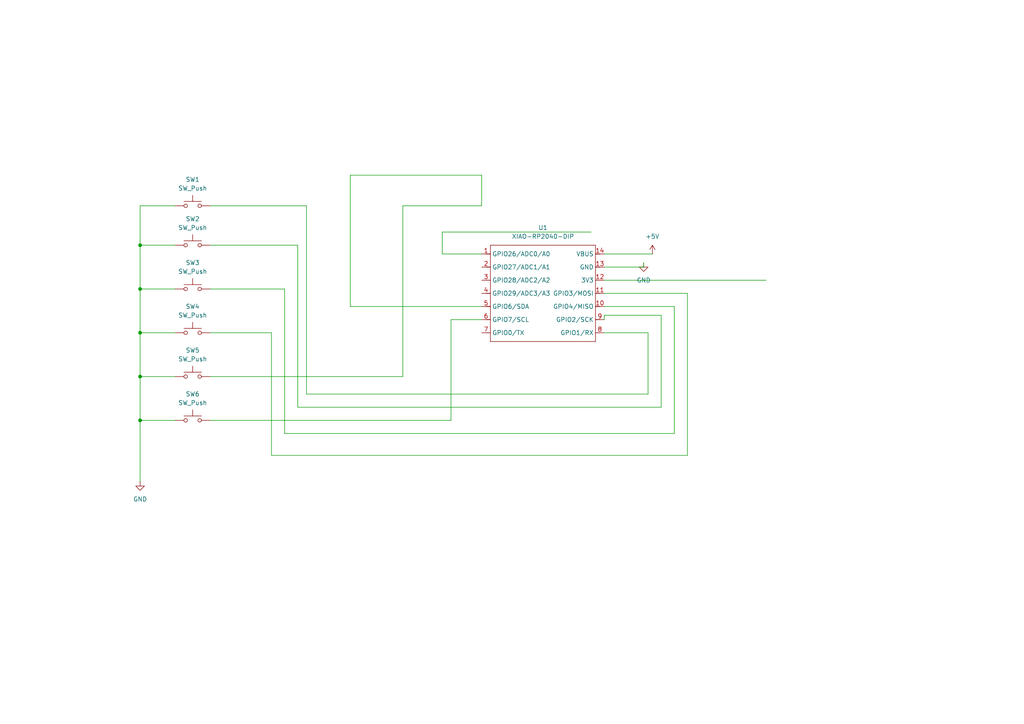
<source format=kicad_sch>
(kicad_sch
	(version 20250114)
	(generator "eeschema")
	(generator_version "9.0")
	(uuid "99aedcb3-f6ec-42f9-a3a6-54ee9784fe38")
	(paper "A4")
	(lib_symbols
		(symbol "OPL:XIAO-RP2040-DIP"
			(exclude_from_sim no)
			(in_bom yes)
			(on_board yes)
			(property "Reference" "U"
				(at 0 0 0)
				(effects
					(font
						(size 1.27 1.27)
					)
				)
			)
			(property "Value" "XIAO-RP2040-DIP"
				(at 5.334 -1.778 0)
				(effects
					(font
						(size 1.27 1.27)
					)
				)
			)
			(property "Footprint" "Module:MOUDLE14P-XIAO-DIP-SMD"
				(at 14.478 -32.258 0)
				(effects
					(font
						(size 1.27 1.27)
					)
					(hide yes)
				)
			)
			(property "Datasheet" ""
				(at 0 0 0)
				(effects
					(font
						(size 1.27 1.27)
					)
					(hide yes)
				)
			)
			(property "Description" ""
				(at 0 0 0)
				(effects
					(font
						(size 1.27 1.27)
					)
					(hide yes)
				)
			)
			(symbol "XIAO-RP2040-DIP_1_0"
				(polyline
					(pts
						(xy -1.27 -2.54) (xy 29.21 -2.54)
					)
					(stroke
						(width 0.1524)
						(type solid)
					)
					(fill
						(type none)
					)
				)
				(polyline
					(pts
						(xy -1.27 -5.08) (xy -2.54 -5.08)
					)
					(stroke
						(width 0.1524)
						(type solid)
					)
					(fill
						(type none)
					)
				)
				(polyline
					(pts
						(xy -1.27 -5.08) (xy -1.27 -2.54)
					)
					(stroke
						(width 0.1524)
						(type solid)
					)
					(fill
						(type none)
					)
				)
				(polyline
					(pts
						(xy -1.27 -8.89) (xy -2.54 -8.89)
					)
					(stroke
						(width 0.1524)
						(type solid)
					)
					(fill
						(type none)
					)
				)
				(polyline
					(pts
						(xy -1.27 -8.89) (xy -1.27 -5.08)
					)
					(stroke
						(width 0.1524)
						(type solid)
					)
					(fill
						(type none)
					)
				)
				(polyline
					(pts
						(xy -1.27 -12.7) (xy -2.54 -12.7)
					)
					(stroke
						(width 0.1524)
						(type solid)
					)
					(fill
						(type none)
					)
				)
				(polyline
					(pts
						(xy -1.27 -12.7) (xy -1.27 -8.89)
					)
					(stroke
						(width 0.1524)
						(type solid)
					)
					(fill
						(type none)
					)
				)
				(polyline
					(pts
						(xy -1.27 -16.51) (xy -2.54 -16.51)
					)
					(stroke
						(width 0.1524)
						(type solid)
					)
					(fill
						(type none)
					)
				)
				(polyline
					(pts
						(xy -1.27 -16.51) (xy -1.27 -12.7)
					)
					(stroke
						(width 0.1524)
						(type solid)
					)
					(fill
						(type none)
					)
				)
				(polyline
					(pts
						(xy -1.27 -20.32) (xy -2.54 -20.32)
					)
					(stroke
						(width 0.1524)
						(type solid)
					)
					(fill
						(type none)
					)
				)
				(polyline
					(pts
						(xy -1.27 -24.13) (xy -2.54 -24.13)
					)
					(stroke
						(width 0.1524)
						(type solid)
					)
					(fill
						(type none)
					)
				)
				(polyline
					(pts
						(xy -1.27 -27.94) (xy -2.54 -27.94)
					)
					(stroke
						(width 0.1524)
						(type solid)
					)
					(fill
						(type none)
					)
				)
				(polyline
					(pts
						(xy -1.27 -30.48) (xy -1.27 -16.51)
					)
					(stroke
						(width 0.1524)
						(type solid)
					)
					(fill
						(type none)
					)
				)
				(polyline
					(pts
						(xy 29.21 -2.54) (xy 29.21 -5.08)
					)
					(stroke
						(width 0.1524)
						(type solid)
					)
					(fill
						(type none)
					)
				)
				(polyline
					(pts
						(xy 29.21 -5.08) (xy 29.21 -8.89)
					)
					(stroke
						(width 0.1524)
						(type solid)
					)
					(fill
						(type none)
					)
				)
				(polyline
					(pts
						(xy 29.21 -8.89) (xy 29.21 -12.7)
					)
					(stroke
						(width 0.1524)
						(type solid)
					)
					(fill
						(type none)
					)
				)
				(polyline
					(pts
						(xy 29.21 -12.7) (xy 29.21 -30.48)
					)
					(stroke
						(width 0.1524)
						(type solid)
					)
					(fill
						(type none)
					)
				)
				(polyline
					(pts
						(xy 29.21 -30.48) (xy -1.27 -30.48)
					)
					(stroke
						(width 0.1524)
						(type solid)
					)
					(fill
						(type none)
					)
				)
				(polyline
					(pts
						(xy 30.48 -5.08) (xy 29.21 -5.08)
					)
					(stroke
						(width 0.1524)
						(type solid)
					)
					(fill
						(type none)
					)
				)
				(polyline
					(pts
						(xy 30.48 -8.89) (xy 29.21 -8.89)
					)
					(stroke
						(width 0.1524)
						(type solid)
					)
					(fill
						(type none)
					)
				)
				(polyline
					(pts
						(xy 30.48 -12.7) (xy 29.21 -12.7)
					)
					(stroke
						(width 0.1524)
						(type solid)
					)
					(fill
						(type none)
					)
				)
				(polyline
					(pts
						(xy 30.48 -16.51) (xy 29.21 -16.51)
					)
					(stroke
						(width 0.1524)
						(type solid)
					)
					(fill
						(type none)
					)
				)
				(polyline
					(pts
						(xy 30.48 -20.32) (xy 29.21 -20.32)
					)
					(stroke
						(width 0.1524)
						(type solid)
					)
					(fill
						(type none)
					)
				)
				(polyline
					(pts
						(xy 30.48 -24.13) (xy 29.21 -24.13)
					)
					(stroke
						(width 0.1524)
						(type solid)
					)
					(fill
						(type none)
					)
				)
				(polyline
					(pts
						(xy 30.48 -27.94) (xy 29.21 -27.94)
					)
					(stroke
						(width 0.1524)
						(type solid)
					)
					(fill
						(type none)
					)
				)
				(pin passive line
					(at -3.81 -5.08 0)
					(length 2.54)
					(name "GPIO26/ADC0/A0"
						(effects
							(font
								(size 1.27 1.27)
							)
						)
					)
					(number "1"
						(effects
							(font
								(size 1.27 1.27)
							)
						)
					)
				)
				(pin passive line
					(at -3.81 -8.89 0)
					(length 2.54)
					(name "GPIO27/ADC1/A1"
						(effects
							(font
								(size 1.27 1.27)
							)
						)
					)
					(number "2"
						(effects
							(font
								(size 1.27 1.27)
							)
						)
					)
				)
				(pin passive line
					(at -3.81 -12.7 0)
					(length 2.54)
					(name "GPIO28/ADC2/A2"
						(effects
							(font
								(size 1.27 1.27)
							)
						)
					)
					(number "3"
						(effects
							(font
								(size 1.27 1.27)
							)
						)
					)
				)
				(pin passive line
					(at -3.81 -16.51 0)
					(length 2.54)
					(name "GPIO29/ADC3/A3"
						(effects
							(font
								(size 1.27 1.27)
							)
						)
					)
					(number "4"
						(effects
							(font
								(size 1.27 1.27)
							)
						)
					)
				)
				(pin passive line
					(at -3.81 -20.32 0)
					(length 2.54)
					(name "GPIO6/SDA"
						(effects
							(font
								(size 1.27 1.27)
							)
						)
					)
					(number "5"
						(effects
							(font
								(size 1.27 1.27)
							)
						)
					)
				)
				(pin passive line
					(at -3.81 -24.13 0)
					(length 2.54)
					(name "GPIO7/SCL"
						(effects
							(font
								(size 1.27 1.27)
							)
						)
					)
					(number "6"
						(effects
							(font
								(size 1.27 1.27)
							)
						)
					)
				)
				(pin passive line
					(at -3.81 -27.94 0)
					(length 2.54)
					(name "GPIO0/TX"
						(effects
							(font
								(size 1.27 1.27)
							)
						)
					)
					(number "7"
						(effects
							(font
								(size 1.27 1.27)
							)
						)
					)
				)
				(pin passive line
					(at 31.75 -5.08 180)
					(length 2.54)
					(name "VBUS"
						(effects
							(font
								(size 1.27 1.27)
							)
						)
					)
					(number "14"
						(effects
							(font
								(size 1.27 1.27)
							)
						)
					)
				)
				(pin passive line
					(at 31.75 -8.89 180)
					(length 2.54)
					(name "GND"
						(effects
							(font
								(size 1.27 1.27)
							)
						)
					)
					(number "13"
						(effects
							(font
								(size 1.27 1.27)
							)
						)
					)
				)
				(pin passive line
					(at 31.75 -12.7 180)
					(length 2.54)
					(name "3V3"
						(effects
							(font
								(size 1.27 1.27)
							)
						)
					)
					(number "12"
						(effects
							(font
								(size 1.27 1.27)
							)
						)
					)
				)
				(pin passive line
					(at 31.75 -16.51 180)
					(length 2.54)
					(name "GPIO3/MOSI"
						(effects
							(font
								(size 1.27 1.27)
							)
						)
					)
					(number "11"
						(effects
							(font
								(size 1.27 1.27)
							)
						)
					)
				)
				(pin passive line
					(at 31.75 -20.32 180)
					(length 2.54)
					(name "GPIO4/MISO"
						(effects
							(font
								(size 1.27 1.27)
							)
						)
					)
					(number "10"
						(effects
							(font
								(size 1.27 1.27)
							)
						)
					)
				)
				(pin passive line
					(at 31.75 -24.13 180)
					(length 2.54)
					(name "GPIO2/SCK"
						(effects
							(font
								(size 1.27 1.27)
							)
						)
					)
					(number "9"
						(effects
							(font
								(size 1.27 1.27)
							)
						)
					)
				)
				(pin passive line
					(at 31.75 -27.94 180)
					(length 2.54)
					(name "GPIO1/RX"
						(effects
							(font
								(size 1.27 1.27)
							)
						)
					)
					(number "8"
						(effects
							(font
								(size 1.27 1.27)
							)
						)
					)
				)
			)
			(embedded_fonts no)
		)
		(symbol "Switch:SW_Push"
			(pin_numbers
				(hide yes)
			)
			(pin_names
				(offset 1.016)
				(hide yes)
			)
			(exclude_from_sim no)
			(in_bom yes)
			(on_board yes)
			(property "Reference" "SW"
				(at 1.27 2.54 0)
				(effects
					(font
						(size 1.27 1.27)
					)
					(justify left)
				)
			)
			(property "Value" "SW_Push"
				(at 0 -1.524 0)
				(effects
					(font
						(size 1.27 1.27)
					)
				)
			)
			(property "Footprint" ""
				(at 0 5.08 0)
				(effects
					(font
						(size 1.27 1.27)
					)
					(hide yes)
				)
			)
			(property "Datasheet" "~"
				(at 0 5.08 0)
				(effects
					(font
						(size 1.27 1.27)
					)
					(hide yes)
				)
			)
			(property "Description" "Push button switch, generic, two pins"
				(at 0 0 0)
				(effects
					(font
						(size 1.27 1.27)
					)
					(hide yes)
				)
			)
			(property "ki_keywords" "switch normally-open pushbutton push-button"
				(at 0 0 0)
				(effects
					(font
						(size 1.27 1.27)
					)
					(hide yes)
				)
			)
			(symbol "SW_Push_0_1"
				(circle
					(center -2.032 0)
					(radius 0.508)
					(stroke
						(width 0)
						(type default)
					)
					(fill
						(type none)
					)
				)
				(polyline
					(pts
						(xy 0 1.27) (xy 0 3.048)
					)
					(stroke
						(width 0)
						(type default)
					)
					(fill
						(type none)
					)
				)
				(circle
					(center 2.032 0)
					(radius 0.508)
					(stroke
						(width 0)
						(type default)
					)
					(fill
						(type none)
					)
				)
				(polyline
					(pts
						(xy 2.54 1.27) (xy -2.54 1.27)
					)
					(stroke
						(width 0)
						(type default)
					)
					(fill
						(type none)
					)
				)
				(pin passive line
					(at -5.08 0 0)
					(length 2.54)
					(name "1"
						(effects
							(font
								(size 1.27 1.27)
							)
						)
					)
					(number "1"
						(effects
							(font
								(size 1.27 1.27)
							)
						)
					)
				)
				(pin passive line
					(at 5.08 0 180)
					(length 2.54)
					(name "2"
						(effects
							(font
								(size 1.27 1.27)
							)
						)
					)
					(number "2"
						(effects
							(font
								(size 1.27 1.27)
							)
						)
					)
				)
			)
			(embedded_fonts no)
		)
		(symbol "power:+5V"
			(power)
			(pin_numbers
				(hide yes)
			)
			(pin_names
				(offset 0)
				(hide yes)
			)
			(exclude_from_sim no)
			(in_bom yes)
			(on_board yes)
			(property "Reference" "#PWR"
				(at 0 -3.81 0)
				(effects
					(font
						(size 1.27 1.27)
					)
					(hide yes)
				)
			)
			(property "Value" "+5V"
				(at 0 3.556 0)
				(effects
					(font
						(size 1.27 1.27)
					)
				)
			)
			(property "Footprint" ""
				(at 0 0 0)
				(effects
					(font
						(size 1.27 1.27)
					)
					(hide yes)
				)
			)
			(property "Datasheet" ""
				(at 0 0 0)
				(effects
					(font
						(size 1.27 1.27)
					)
					(hide yes)
				)
			)
			(property "Description" "Power symbol creates a global label with name \"+5V\""
				(at 0 0 0)
				(effects
					(font
						(size 1.27 1.27)
					)
					(hide yes)
				)
			)
			(property "ki_keywords" "global power"
				(at 0 0 0)
				(effects
					(font
						(size 1.27 1.27)
					)
					(hide yes)
				)
			)
			(symbol "+5V_0_1"
				(polyline
					(pts
						(xy -0.762 1.27) (xy 0 2.54)
					)
					(stroke
						(width 0)
						(type default)
					)
					(fill
						(type none)
					)
				)
				(polyline
					(pts
						(xy 0 2.54) (xy 0.762 1.27)
					)
					(stroke
						(width 0)
						(type default)
					)
					(fill
						(type none)
					)
				)
				(polyline
					(pts
						(xy 0 0) (xy 0 2.54)
					)
					(stroke
						(width 0)
						(type default)
					)
					(fill
						(type none)
					)
				)
			)
			(symbol "+5V_1_1"
				(pin power_in line
					(at 0 0 90)
					(length 0)
					(name "~"
						(effects
							(font
								(size 1.27 1.27)
							)
						)
					)
					(number "1"
						(effects
							(font
								(size 1.27 1.27)
							)
						)
					)
				)
			)
			(embedded_fonts no)
		)
		(symbol "power:GND"
			(power)
			(pin_numbers
				(hide yes)
			)
			(pin_names
				(offset 0)
				(hide yes)
			)
			(exclude_from_sim no)
			(in_bom yes)
			(on_board yes)
			(property "Reference" "#PWR"
				(at 0 -6.35 0)
				(effects
					(font
						(size 1.27 1.27)
					)
					(hide yes)
				)
			)
			(property "Value" "GND"
				(at 0 -3.81 0)
				(effects
					(font
						(size 1.27 1.27)
					)
				)
			)
			(property "Footprint" ""
				(at 0 0 0)
				(effects
					(font
						(size 1.27 1.27)
					)
					(hide yes)
				)
			)
			(property "Datasheet" ""
				(at 0 0 0)
				(effects
					(font
						(size 1.27 1.27)
					)
					(hide yes)
				)
			)
			(property "Description" "Power symbol creates a global label with name \"GND\" , ground"
				(at 0 0 0)
				(effects
					(font
						(size 1.27 1.27)
					)
					(hide yes)
				)
			)
			(property "ki_keywords" "global power"
				(at 0 0 0)
				(effects
					(font
						(size 1.27 1.27)
					)
					(hide yes)
				)
			)
			(symbol "GND_0_1"
				(polyline
					(pts
						(xy 0 0) (xy 0 -1.27) (xy 1.27 -1.27) (xy 0 -2.54) (xy -1.27 -1.27) (xy 0 -1.27)
					)
					(stroke
						(width 0)
						(type default)
					)
					(fill
						(type none)
					)
				)
			)
			(symbol "GND_1_1"
				(pin power_in line
					(at 0 0 270)
					(length 0)
					(name "~"
						(effects
							(font
								(size 1.27 1.27)
							)
						)
					)
					(number "1"
						(effects
							(font
								(size 1.27 1.27)
							)
						)
					)
				)
			)
			(embedded_fonts no)
		)
	)
	(junction
		(at 40.64 109.22)
		(diameter 0)
		(color 0 0 0 0)
		(uuid "16ca784b-e9eb-4e6d-a089-8a340040edaa")
	)
	(junction
		(at 40.64 121.92)
		(diameter 0)
		(color 0 0 0 0)
		(uuid "339c82a3-ed2e-4f61-bb6f-0af9b6ece433")
	)
	(junction
		(at 40.64 83.82)
		(diameter 0)
		(color 0 0 0 0)
		(uuid "83dcf185-b40b-45dd-811b-c0830bdd65ce")
	)
	(junction
		(at 40.64 71.12)
		(diameter 0)
		(color 0 0 0 0)
		(uuid "ef9179e4-476c-4e96-8a9f-228e2be6116d")
	)
	(junction
		(at 40.64 96.52)
		(diameter 0)
		(color 0 0 0 0)
		(uuid "fd434ea8-73f9-470d-9c53-c397c9fc2e0f")
	)
	(wire
		(pts
			(xy 40.64 96.52) (xy 40.64 109.22)
		)
		(stroke
			(width 0)
			(type default)
		)
		(uuid "084f027d-280f-4793-9c15-f34c7c7256ce")
	)
	(wire
		(pts
			(xy 175.26 91.44) (xy 175.26 92.71)
		)
		(stroke
			(width 0)
			(type default)
		)
		(uuid "117f9f15-ee33-4c87-a84e-22b27fb32e7f")
	)
	(wire
		(pts
			(xy 40.64 71.12) (xy 40.64 83.82)
		)
		(stroke
			(width 0)
			(type default)
		)
		(uuid "1882417a-d9bc-4bc2-8a29-1f82204c7c5e")
	)
	(wire
		(pts
			(xy 101.6 88.9) (xy 139.7 88.9)
		)
		(stroke
			(width 0)
			(type default)
		)
		(uuid "1ce4a97b-0b50-4a11-9a64-136af53e8f50")
	)
	(wire
		(pts
			(xy 88.9 59.69) (xy 88.9 114.3)
		)
		(stroke
			(width 0)
			(type default)
		)
		(uuid "1df806a3-be49-4805-9c56-d347160ac733")
	)
	(wire
		(pts
			(xy 199.39 132.08) (xy 199.39 85.09)
		)
		(stroke
			(width 0)
			(type default)
		)
		(uuid "2241f88e-a62a-4f2f-a36a-a1d44bb7c15d")
	)
	(wire
		(pts
			(xy 50.8 59.69) (xy 40.64 59.69)
		)
		(stroke
			(width 0)
			(type default)
		)
		(uuid "228e9dc8-cfd0-4f02-810a-57efc403f228")
	)
	(wire
		(pts
			(xy 40.64 71.12) (xy 50.8 71.12)
		)
		(stroke
			(width 0)
			(type default)
		)
		(uuid "286a237a-faff-4443-95d4-44bbf3563ee8")
	)
	(wire
		(pts
			(xy 116.84 109.22) (xy 116.84 59.69)
		)
		(stroke
			(width 0)
			(type default)
		)
		(uuid "333c5bd0-b2e9-4e6e-a6ee-3533215f4c7b")
	)
	(wire
		(pts
			(xy 60.96 59.69) (xy 88.9 59.69)
		)
		(stroke
			(width 0)
			(type default)
		)
		(uuid "36d956f1-5fc7-48ed-acda-859ddc671ac4")
	)
	(wire
		(pts
			(xy 101.6 88.9) (xy 101.6 50.8)
		)
		(stroke
			(width 0)
			(type default)
		)
		(uuid "3c256684-f484-435d-b123-786d26c5da1a")
	)
	(wire
		(pts
			(xy 186.69 77.47) (xy 186.69 76.2)
		)
		(stroke
			(width 0)
			(type default)
		)
		(uuid "41740365-8eb4-45da-8232-11f551acc911")
	)
	(wire
		(pts
			(xy 40.64 121.92) (xy 40.64 139.7)
		)
		(stroke
			(width 0)
			(type default)
		)
		(uuid "438c3b3b-d3f2-4416-be0f-5e30417fe614")
	)
	(wire
		(pts
			(xy 171.45 67.31) (xy 128.27 67.31)
		)
		(stroke
			(width 0)
			(type default)
		)
		(uuid "493ecf20-ca7f-4645-a8d4-67ac4b89b908")
	)
	(wire
		(pts
			(xy 60.96 71.12) (xy 86.36 71.12)
		)
		(stroke
			(width 0)
			(type default)
		)
		(uuid "4d13aaef-1aea-4b49-8be5-64c477744399")
	)
	(wire
		(pts
			(xy 82.55 83.82) (xy 82.55 125.73)
		)
		(stroke
			(width 0)
			(type default)
		)
		(uuid "4db9b4c8-d1bd-47a9-aaa8-3ef813627386")
	)
	(wire
		(pts
			(xy 78.74 96.52) (xy 78.74 132.08)
		)
		(stroke
			(width 0)
			(type default)
		)
		(uuid "530dc373-1e12-4cd6-9195-75fc2db5f7e6")
	)
	(wire
		(pts
			(xy 187.96 96.52) (xy 175.26 96.52)
		)
		(stroke
			(width 0)
			(type default)
		)
		(uuid "5571cad8-0fe7-43da-8e33-47be41e0fbd4")
	)
	(wire
		(pts
			(xy 60.96 109.22) (xy 116.84 109.22)
		)
		(stroke
			(width 0)
			(type default)
		)
		(uuid "5652ea1a-1cb0-4bb8-a648-19e69b352889")
	)
	(wire
		(pts
			(xy 40.64 109.22) (xy 40.64 121.92)
		)
		(stroke
			(width 0)
			(type default)
		)
		(uuid "60a89f9c-f7d1-4de7-b92e-687afe10a19b")
	)
	(wire
		(pts
			(xy 40.64 59.69) (xy 40.64 71.12)
		)
		(stroke
			(width 0)
			(type default)
		)
		(uuid "62b6c975-0103-4ce0-a517-18df0f97b93f")
	)
	(wire
		(pts
			(xy 199.39 85.09) (xy 175.26 85.09)
		)
		(stroke
			(width 0)
			(type default)
		)
		(uuid "63114a4e-e0be-4f87-9303-bb709bd1867f")
	)
	(wire
		(pts
			(xy 175.26 73.66) (xy 189.23 73.66)
		)
		(stroke
			(width 0)
			(type default)
		)
		(uuid "6f3d810a-5140-4083-a853-379510f70106")
	)
	(wire
		(pts
			(xy 175.26 77.47) (xy 186.69 77.47)
		)
		(stroke
			(width 0)
			(type default)
		)
		(uuid "751673b8-2f80-4cbe-9fbc-c845f0605cc0")
	)
	(wire
		(pts
			(xy 88.9 114.3) (xy 187.96 114.3)
		)
		(stroke
			(width 0)
			(type default)
		)
		(uuid "75d8cd57-c1ce-4455-bfb1-fa99b09ccf4d")
	)
	(wire
		(pts
			(xy 60.96 83.82) (xy 82.55 83.82)
		)
		(stroke
			(width 0)
			(type default)
		)
		(uuid "7985f6c3-3166-4f15-9e0e-7409c1f4aedd")
	)
	(wire
		(pts
			(xy 40.64 121.92) (xy 50.8 121.92)
		)
		(stroke
			(width 0)
			(type default)
		)
		(uuid "79d97125-803b-4e6a-929b-1924da1aa906")
	)
	(wire
		(pts
			(xy 130.81 92.71) (xy 139.7 92.71)
		)
		(stroke
			(width 0)
			(type default)
		)
		(uuid "8031be56-373e-438c-98d2-732c804bc05c")
	)
	(wire
		(pts
			(xy 139.7 50.8) (xy 139.7 59.69)
		)
		(stroke
			(width 0)
			(type default)
		)
		(uuid "87b180ac-254c-43f4-a6db-904abe957c21")
	)
	(wire
		(pts
			(xy 78.74 132.08) (xy 199.39 132.08)
		)
		(stroke
			(width 0)
			(type default)
		)
		(uuid "89341ff6-d4c8-407a-9307-11deeba01e10")
	)
	(wire
		(pts
			(xy 175.26 81.28) (xy 222.25 81.28)
		)
		(stroke
			(width 0)
			(type default)
		)
		(uuid "9fcde4ae-bf0c-46a3-9c72-e1584ed6aa2e")
	)
	(wire
		(pts
			(xy 187.96 114.3) (xy 187.96 96.52)
		)
		(stroke
			(width 0)
			(type default)
		)
		(uuid "a37e454a-f24b-400a-ad92-f4e475154d1d")
	)
	(wire
		(pts
			(xy 40.64 83.82) (xy 50.8 83.82)
		)
		(stroke
			(width 0)
			(type default)
		)
		(uuid "aa0a199d-6bd3-4c41-9c4c-3147ed234997")
	)
	(wire
		(pts
			(xy 195.58 125.73) (xy 195.58 88.9)
		)
		(stroke
			(width 0)
			(type default)
		)
		(uuid "ae26e05c-c6f4-4672-bb04-8b94691e60ab")
	)
	(wire
		(pts
			(xy 101.6 50.8) (xy 139.7 50.8)
		)
		(stroke
			(width 0)
			(type default)
		)
		(uuid "b559af98-83f6-4a04-bece-21f87029ac49")
	)
	(wire
		(pts
			(xy 60.96 121.92) (xy 130.81 121.92)
		)
		(stroke
			(width 0)
			(type default)
		)
		(uuid "b815d90d-9bb0-4f6d-9fd3-469915f994c9")
	)
	(wire
		(pts
			(xy 86.36 118.11) (xy 191.77 118.11)
		)
		(stroke
			(width 0)
			(type default)
		)
		(uuid "bb87a50d-175d-4218-96e6-0fc8eedd185a")
	)
	(wire
		(pts
			(xy 40.64 83.82) (xy 40.64 96.52)
		)
		(stroke
			(width 0)
			(type default)
		)
		(uuid "bdb6f3a5-e025-40bb-be49-b85be7d69624")
	)
	(wire
		(pts
			(xy 128.27 73.66) (xy 139.7 73.66)
		)
		(stroke
			(width 0)
			(type default)
		)
		(uuid "bf9458ef-597b-4bf0-b0c7-7eae2bbeaea4")
	)
	(wire
		(pts
			(xy 82.55 125.73) (xy 195.58 125.73)
		)
		(stroke
			(width 0)
			(type default)
		)
		(uuid "c110489f-2a45-442d-be12-6f38687e4d03")
	)
	(wire
		(pts
			(xy 60.96 96.52) (xy 78.74 96.52)
		)
		(stroke
			(width 0)
			(type default)
		)
		(uuid "c5998b77-6036-4b32-8413-fadbb663cac1")
	)
	(wire
		(pts
			(xy 86.36 71.12) (xy 86.36 118.11)
		)
		(stroke
			(width 0)
			(type default)
		)
		(uuid "c7d15bb3-8b6f-48c9-b0d4-f86928995166")
	)
	(wire
		(pts
			(xy 195.58 88.9) (xy 175.26 88.9)
		)
		(stroke
			(width 0)
			(type default)
		)
		(uuid "cb933939-f7ab-4fb4-a33a-9edef0a010b5")
	)
	(wire
		(pts
			(xy 191.77 118.11) (xy 191.77 91.44)
		)
		(stroke
			(width 0)
			(type default)
		)
		(uuid "cf3b6cb8-1432-4f26-b999-ea91df67260b")
	)
	(wire
		(pts
			(xy 40.64 109.22) (xy 50.8 109.22)
		)
		(stroke
			(width 0)
			(type default)
		)
		(uuid "e222eaac-cf9f-41e1-b0aa-74c06f127bb9")
	)
	(wire
		(pts
			(xy 116.84 59.69) (xy 139.7 59.69)
		)
		(stroke
			(width 0)
			(type default)
		)
		(uuid "e5639bb5-546d-4652-9517-e12b6112499f")
	)
	(wire
		(pts
			(xy 40.64 96.52) (xy 50.8 96.52)
		)
		(stroke
			(width 0)
			(type default)
		)
		(uuid "e58fe580-4941-4f0a-8c6b-a8bb34010999")
	)
	(wire
		(pts
			(xy 191.77 91.44) (xy 175.26 91.44)
		)
		(stroke
			(width 0)
			(type default)
		)
		(uuid "f0f0343b-75e5-45c0-834e-a77027c61b82")
	)
	(wire
		(pts
			(xy 128.27 67.31) (xy 128.27 73.66)
		)
		(stroke
			(width 0)
			(type default)
		)
		(uuid "fa00ef02-cf32-448e-9df6-2bbce0359410")
	)
	(wire
		(pts
			(xy 130.81 121.92) (xy 130.81 92.71)
		)
		(stroke
			(width 0)
			(type default)
		)
		(uuid "fccb1577-4b9b-4e9d-bd86-da3ac7f66bbb")
	)
	(symbol
		(lib_id "Switch:SW_Push")
		(at 55.88 83.82 0)
		(unit 1)
		(exclude_from_sim no)
		(in_bom yes)
		(on_board yes)
		(dnp no)
		(fields_autoplaced yes)
		(uuid "0a97187b-7457-44dd-b2f8-16dd87ccf86c")
		(property "Reference" "SW3"
			(at 55.88 76.2 0)
			(effects
				(font
					(size 1.27 1.27)
				)
			)
		)
		(property "Value" "SW_Push"
			(at 55.88 78.74 0)
			(effects
				(font
					(size 1.27 1.27)
				)
			)
		)
		(property "Footprint" "Button_Switch_Keyboard:SW_Cherry_MX_1.00u_PCB"
			(at 55.88 78.74 0)
			(effects
				(font
					(size 1.27 1.27)
				)
				(hide yes)
			)
		)
		(property "Datasheet" "~"
			(at 55.88 78.74 0)
			(effects
				(font
					(size 1.27 1.27)
				)
				(hide yes)
			)
		)
		(property "Description" "Push button switch, generic, two pins"
			(at 55.88 83.82 0)
			(effects
				(font
					(size 1.27 1.27)
				)
				(hide yes)
			)
		)
		(pin "1"
			(uuid "5cd4c1ce-15df-49b6-8772-e3d5e8953c4d")
		)
		(pin "2"
			(uuid "8ce9853a-3515-4296-a35c-f76c4dc84782")
		)
		(instances
			(project "macrokeyboard_schematic"
				(path "/99aedcb3-f6ec-42f9-a3a6-54ee9784fe38"
					(reference "SW3")
					(unit 1)
				)
			)
		)
	)
	(symbol
		(lib_id "power:GND")
		(at 40.64 139.7 0)
		(unit 1)
		(exclude_from_sim no)
		(in_bom yes)
		(on_board yes)
		(dnp no)
		(fields_autoplaced yes)
		(uuid "1405b3e3-524a-48a7-b1fa-58c0f480b0f0")
		(property "Reference" "#PWR01"
			(at 40.64 146.05 0)
			(effects
				(font
					(size 1.27 1.27)
				)
				(hide yes)
			)
		)
		(property "Value" "GND"
			(at 40.64 144.78 0)
			(effects
				(font
					(size 1.27 1.27)
				)
			)
		)
		(property "Footprint" ""
			(at 40.64 139.7 0)
			(effects
				(font
					(size 1.27 1.27)
				)
				(hide yes)
			)
		)
		(property "Datasheet" ""
			(at 40.64 139.7 0)
			(effects
				(font
					(size 1.27 1.27)
				)
				(hide yes)
			)
		)
		(property "Description" "Power symbol creates a global label with name \"GND\" , ground"
			(at 40.64 139.7 0)
			(effects
				(font
					(size 1.27 1.27)
				)
				(hide yes)
			)
		)
		(pin "1"
			(uuid "4e913edd-4ecb-4b26-b484-d537d3994fdd")
		)
		(instances
			(project ""
				(path "/99aedcb3-f6ec-42f9-a3a6-54ee9784fe38"
					(reference "#PWR01")
					(unit 1)
				)
			)
		)
	)
	(symbol
		(lib_id "Switch:SW_Push")
		(at 55.88 71.12 0)
		(unit 1)
		(exclude_from_sim no)
		(in_bom yes)
		(on_board yes)
		(dnp no)
		(uuid "21cb0204-3b9d-4744-8d1f-6d15fe626f7e")
		(property "Reference" "SW2"
			(at 55.88 63.5 0)
			(effects
				(font
					(size 1.27 1.27)
				)
			)
		)
		(property "Value" "SW_Push"
			(at 55.88 66.04 0)
			(effects
				(font
					(size 1.27 1.27)
				)
			)
		)
		(property "Footprint" "Button_Switch_Keyboard:SW_Cherry_MX_1.00u_PCB"
			(at 55.88 66.04 0)
			(effects
				(font
					(size 1.27 1.27)
				)
				(hide yes)
			)
		)
		(property "Datasheet" "~"
			(at 55.88 66.04 0)
			(effects
				(font
					(size 1.27 1.27)
				)
				(hide yes)
			)
		)
		(property "Description" "Push button switch, generic, two pins"
			(at 55.88 71.12 0)
			(effects
				(font
					(size 1.27 1.27)
				)
				(hide yes)
			)
		)
		(pin "2"
			(uuid "7fa4345c-9036-43fe-971d-12dc17edff8e")
		)
		(pin "1"
			(uuid "01ddc86d-fbd4-4377-9d2d-b0f16a92e436")
		)
		(instances
			(project ""
				(path "/99aedcb3-f6ec-42f9-a3a6-54ee9784fe38"
					(reference "SW2")
					(unit 1)
				)
			)
		)
	)
	(symbol
		(lib_id "Switch:SW_Push")
		(at 55.88 59.69 0)
		(unit 1)
		(exclude_from_sim no)
		(in_bom yes)
		(on_board yes)
		(dnp no)
		(fields_autoplaced yes)
		(uuid "52af84fe-05a7-46e1-90d9-fe9ba335f668")
		(property "Reference" "SW1"
			(at 55.88 52.07 0)
			(effects
				(font
					(size 1.27 1.27)
				)
			)
		)
		(property "Value" "SW_Push"
			(at 55.88 54.61 0)
			(effects
				(font
					(size 1.27 1.27)
				)
			)
		)
		(property "Footprint" "Button_Switch_Keyboard:SW_Cherry_MX_1.00u_PCB"
			(at 55.88 54.61 0)
			(effects
				(font
					(size 1.27 1.27)
				)
				(hide yes)
			)
		)
		(property "Datasheet" "~"
			(at 55.88 54.61 0)
			(effects
				(font
					(size 1.27 1.27)
				)
				(hide yes)
			)
		)
		(property "Description" "Push button switch, generic, two pins"
			(at 55.88 59.69 0)
			(effects
				(font
					(size 1.27 1.27)
				)
				(hide yes)
			)
		)
		(pin "1"
			(uuid "b1ff1e5b-e3d2-4ca6-80c3-4f67bb11e82d")
		)
		(pin "2"
			(uuid "6c7f9824-4970-4b30-960b-a1cf2c1ce0b5")
		)
		(instances
			(project ""
				(path "/99aedcb3-f6ec-42f9-a3a6-54ee9784fe38"
					(reference "SW1")
					(unit 1)
				)
			)
		)
	)
	(symbol
		(lib_id "Switch:SW_Push")
		(at 55.88 109.22 0)
		(unit 1)
		(exclude_from_sim no)
		(in_bom yes)
		(on_board yes)
		(dnp no)
		(fields_autoplaced yes)
		(uuid "6c609ac8-be15-4959-a17a-6a024754a11f")
		(property "Reference" "SW5"
			(at 55.88 101.6 0)
			(effects
				(font
					(size 1.27 1.27)
				)
			)
		)
		(property "Value" "SW_Push"
			(at 55.88 104.14 0)
			(effects
				(font
					(size 1.27 1.27)
				)
			)
		)
		(property "Footprint" "Button_Switch_Keyboard:SW_Cherry_MX_1.00u_PCB"
			(at 55.88 104.14 0)
			(effects
				(font
					(size 1.27 1.27)
				)
				(hide yes)
			)
		)
		(property "Datasheet" "~"
			(at 55.88 104.14 0)
			(effects
				(font
					(size 1.27 1.27)
				)
				(hide yes)
			)
		)
		(property "Description" "Push button switch, generic, two pins"
			(at 55.88 109.22 0)
			(effects
				(font
					(size 1.27 1.27)
				)
				(hide yes)
			)
		)
		(pin "1"
			(uuid "bdbfb419-384c-4a1e-b04a-a23a225dd93c")
		)
		(pin "2"
			(uuid "8f02f92c-a483-40c9-95d4-75130aecf6a1")
		)
		(instances
			(project "macrokeyboard_schematic"
				(path "/99aedcb3-f6ec-42f9-a3a6-54ee9784fe38"
					(reference "SW5")
					(unit 1)
				)
			)
		)
	)
	(symbol
		(lib_id "Switch:SW_Push")
		(at 55.88 96.52 0)
		(unit 1)
		(exclude_from_sim no)
		(in_bom yes)
		(on_board yes)
		(dnp no)
		(fields_autoplaced yes)
		(uuid "89cffc47-b3bd-477f-8a28-66c78f86e605")
		(property "Reference" "SW4"
			(at 55.88 88.9 0)
			(effects
				(font
					(size 1.27 1.27)
				)
			)
		)
		(property "Value" "SW_Push"
			(at 55.88 91.44 0)
			(effects
				(font
					(size 1.27 1.27)
				)
			)
		)
		(property "Footprint" "Button_Switch_Keyboard:SW_Cherry_MX_1.00u_PCB"
			(at 55.88 91.44 0)
			(effects
				(font
					(size 1.27 1.27)
				)
				(hide yes)
			)
		)
		(property "Datasheet" "~"
			(at 55.88 91.44 0)
			(effects
				(font
					(size 1.27 1.27)
				)
				(hide yes)
			)
		)
		(property "Description" "Push button switch, generic, two pins"
			(at 55.88 96.52 0)
			(effects
				(font
					(size 1.27 1.27)
				)
				(hide yes)
			)
		)
		(pin "1"
			(uuid "7b85368a-5fff-43d3-83d8-b17d3821eb61")
		)
		(pin "2"
			(uuid "a7af3319-8ae2-414d-8f62-6dfa18a29776")
		)
		(instances
			(project "macrokeyboard_schematic"
				(path "/99aedcb3-f6ec-42f9-a3a6-54ee9784fe38"
					(reference "SW4")
					(unit 1)
				)
			)
		)
	)
	(symbol
		(lib_id "Switch:SW_Push")
		(at 55.88 121.92 0)
		(unit 1)
		(exclude_from_sim no)
		(in_bom yes)
		(on_board yes)
		(dnp no)
		(fields_autoplaced yes)
		(uuid "af054add-6ca6-4aea-a747-20ef8ac6f133")
		(property "Reference" "SW6"
			(at 55.88 114.3 0)
			(effects
				(font
					(size 1.27 1.27)
				)
			)
		)
		(property "Value" "SW_Push"
			(at 55.88 116.84 0)
			(effects
				(font
					(size 1.27 1.27)
				)
			)
		)
		(property "Footprint" "Button_Switch_Keyboard:SW_Cherry_MX_1.00u_PCB"
			(at 55.88 116.84 0)
			(effects
				(font
					(size 1.27 1.27)
				)
				(hide yes)
			)
		)
		(property "Datasheet" "~"
			(at 55.88 116.84 0)
			(effects
				(font
					(size 1.27 1.27)
				)
				(hide yes)
			)
		)
		(property "Description" "Push button switch, generic, two pins"
			(at 55.88 121.92 0)
			(effects
				(font
					(size 1.27 1.27)
				)
				(hide yes)
			)
		)
		(pin "1"
			(uuid "344826c7-22ac-4cb8-9782-09375f18df20")
		)
		(pin "2"
			(uuid "fa52da1f-0b13-4a03-8c72-90bcbf794e73")
		)
		(instances
			(project "macrokeyboard_schematic"
				(path "/99aedcb3-f6ec-42f9-a3a6-54ee9784fe38"
					(reference "SW6")
					(unit 1)
				)
			)
		)
	)
	(symbol
		(lib_id "power:+5V")
		(at 189.23 73.66 0)
		(unit 1)
		(exclude_from_sim no)
		(in_bom yes)
		(on_board yes)
		(dnp no)
		(fields_autoplaced yes)
		(uuid "d4d8bb1d-551f-45b9-a68c-0b56eccf9fcf")
		(property "Reference" "#PWR04"
			(at 189.23 77.47 0)
			(effects
				(font
					(size 1.27 1.27)
				)
				(hide yes)
			)
		)
		(property "Value" "+5V"
			(at 189.23 68.58 0)
			(effects
				(font
					(size 1.27 1.27)
				)
			)
		)
		(property "Footprint" ""
			(at 189.23 73.66 0)
			(effects
				(font
					(size 1.27 1.27)
				)
				(hide yes)
			)
		)
		(property "Datasheet" ""
			(at 189.23 73.66 0)
			(effects
				(font
					(size 1.27 1.27)
				)
				(hide yes)
			)
		)
		(property "Description" "Power symbol creates a global label with name \"+5V\""
			(at 189.23 73.66 0)
			(effects
				(font
					(size 1.27 1.27)
				)
				(hide yes)
			)
		)
		(pin "1"
			(uuid "32b1faa4-2c0c-420d-8a1a-4f7c9dda1fde")
		)
		(instances
			(project ""
				(path "/99aedcb3-f6ec-42f9-a3a6-54ee9784fe38"
					(reference "#PWR04")
					(unit 1)
				)
			)
		)
	)
	(symbol
		(lib_id "power:GND")
		(at 186.69 76.2 0)
		(unit 1)
		(exclude_from_sim no)
		(in_bom yes)
		(on_board yes)
		(dnp no)
		(fields_autoplaced yes)
		(uuid "f83c4d1d-fca0-42cb-b8c9-c52591903321")
		(property "Reference" "#PWR05"
			(at 186.69 82.55 0)
			(effects
				(font
					(size 1.27 1.27)
				)
				(hide yes)
			)
		)
		(property "Value" "GND"
			(at 186.69 81.28 0)
			(effects
				(font
					(size 1.27 1.27)
				)
			)
		)
		(property "Footprint" ""
			(at 186.69 76.2 0)
			(effects
				(font
					(size 1.27 1.27)
				)
				(hide yes)
			)
		)
		(property "Datasheet" ""
			(at 186.69 76.2 0)
			(effects
				(font
					(size 1.27 1.27)
				)
				(hide yes)
			)
		)
		(property "Description" "Power symbol creates a global label with name \"GND\" , ground"
			(at 186.69 76.2 0)
			(effects
				(font
					(size 1.27 1.27)
				)
				(hide yes)
			)
		)
		(pin "1"
			(uuid "43e5cf02-4866-4d32-83f8-b0573eb4c083")
		)
		(instances
			(project ""
				(path "/99aedcb3-f6ec-42f9-a3a6-54ee9784fe38"
					(reference "#PWR05")
					(unit 1)
				)
			)
		)
	)
	(symbol
		(lib_id "OPL:XIAO-RP2040-DIP")
		(at 143.51 68.58 0)
		(unit 1)
		(exclude_from_sim no)
		(in_bom yes)
		(on_board yes)
		(dnp no)
		(fields_autoplaced yes)
		(uuid "fe2845e9-b76f-4804-9a05-56c45911c7c4")
		(property "Reference" "U1"
			(at 157.48 66.04 0)
			(effects
				(font
					(size 1.27 1.27)
				)
			)
		)
		(property "Value" "XIAO-RP2040-DIP"
			(at 157.48 68.58 0)
			(effects
				(font
					(size 1.27 1.27)
				)
			)
		)
		(property "Footprint" "OPL:XIAO-RP2040-DIP"
			(at 157.988 100.838 0)
			(effects
				(font
					(size 1.27 1.27)
				)
				(hide yes)
			)
		)
		(property "Datasheet" ""
			(at 143.51 68.58 0)
			(effects
				(font
					(size 1.27 1.27)
				)
				(hide yes)
			)
		)
		(property "Description" ""
			(at 143.51 68.58 0)
			(effects
				(font
					(size 1.27 1.27)
				)
				(hide yes)
			)
		)
		(pin "1"
			(uuid "cdaa7edb-ec16-4fac-8f99-2bb5d38d1867")
		)
		(pin "2"
			(uuid "74ccadc0-22cb-4c5c-a101-41bbfca96cf3")
		)
		(pin "3"
			(uuid "61c077c5-0fe6-4944-9d1a-0f55c4a47b10")
		)
		(pin "4"
			(uuid "cd0bcce0-b80c-4a69-b649-7d142e3c7ee8")
		)
		(pin "14"
			(uuid "0e7f0f3c-160e-4bd4-8f33-c4ed4e980dd1")
		)
		(pin "10"
			(uuid "1689e6b8-ea87-401f-be06-099e77ec61f4")
		)
		(pin "8"
			(uuid "581654f5-1bf3-4e52-9990-7706875f096f")
		)
		(pin "13"
			(uuid "47586eb9-ea61-4c0c-944c-d8ccc2fb9bdc")
		)
		(pin "9"
			(uuid "c4b7ab8b-61e5-4d8c-98e1-a7327a1ed6b4")
		)
		(pin "5"
			(uuid "bdfc344c-540e-45ef-8ffc-f97d0ade020b")
		)
		(pin "6"
			(uuid "c7de2cbe-ade6-4ad0-8cbe-aead3b275124")
		)
		(pin "12"
			(uuid "bf56a645-ff8a-46ef-a2a6-c565e0b11674")
		)
		(pin "7"
			(uuid "1e16da77-a242-4bc3-90a3-f641bc9716c1")
		)
		(pin "11"
			(uuid "2764f3c9-b3b9-4bee-80ba-72861b463b56")
		)
		(instances
			(project ""
				(path "/99aedcb3-f6ec-42f9-a3a6-54ee9784fe38"
					(reference "U1")
					(unit 1)
				)
			)
		)
	)
	(sheet_instances
		(path "/"
			(page "1")
		)
	)
	(embedded_fonts no)
)

</source>
